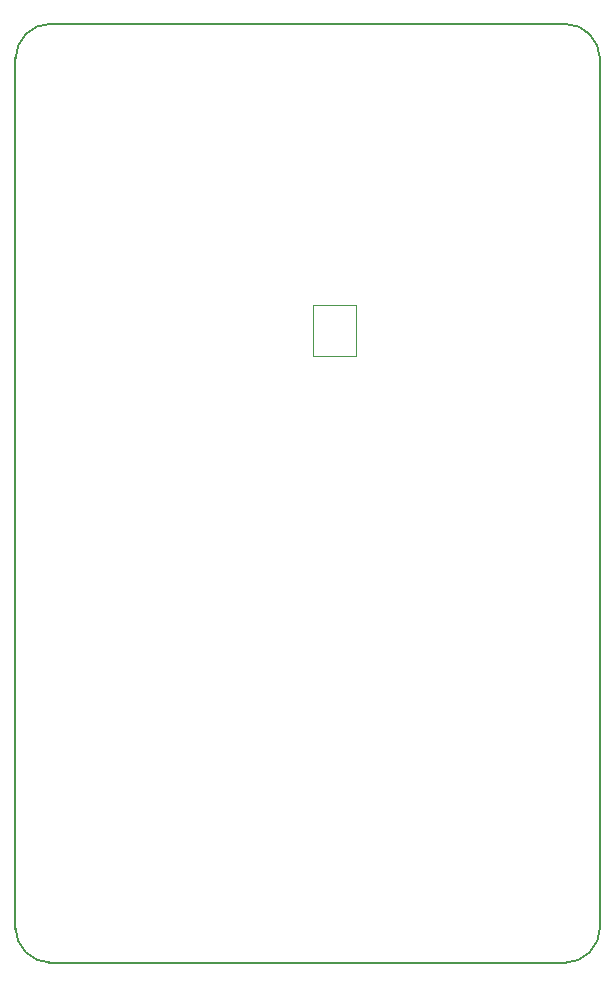
<source format=gbr>
%TF.GenerationSoftware,Altium Limited,Altium Designer,19.1.5 (86)*%
G04 Layer_Color=16711935*
%FSLAX45Y45*%
%MOMM*%
%TF.FileFunction,Other,Mechanical_1*%
%TF.Part,Single*%
G01*
G75*
%TA.AperFunction,NonConductor*%
%ADD48C,0.12700*%
%ADD100C,0.05000*%
D48*
X4975000Y7675000D02*
G03*
X4675000Y7975000I-300000J0D01*
G01*
X325000D02*
G03*
X25000Y7675000I0J-300000D01*
G01*
Y325000D02*
G03*
X325000Y25000I300000J0D01*
G01*
X4675000D02*
G03*
X4975000Y325000I0J300000D01*
G01*
X4974999Y310000D02*
Y7690001D01*
X309998Y7975000D02*
X4690000D01*
X24999Y310000D02*
Y7690001D01*
X309998Y25001D02*
X4690000D01*
D100*
X2546971Y5164890D02*
X2906970D01*
Y5594892D01*
X2546971D02*
X2906970D01*
X2546971Y5164890D02*
Y5594892D01*
%TF.MD5,d58a8472ffe02ebee17515e7b5f40158*%
M02*

</source>
